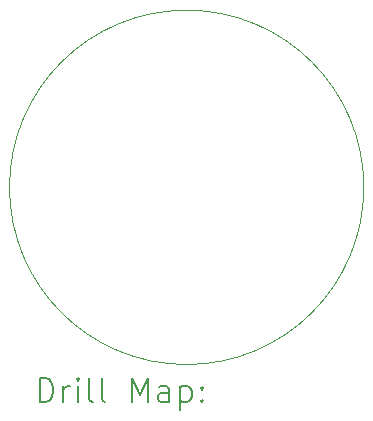
<source format=gbr>
%TF.GenerationSoftware,KiCad,Pcbnew,8.0.0*%
%TF.CreationDate,2024-03-10T03:07:15-05:00*%
%TF.ProjectId,Flashlight,466c6173-686c-4696-9768-742e6b696361,1.0*%
%TF.SameCoordinates,Original*%
%TF.FileFunction,Drillmap*%
%TF.FilePolarity,Positive*%
%FSLAX45Y45*%
G04 Gerber Fmt 4.5, Leading zero omitted, Abs format (unit mm)*
G04 Created by KiCad (PCBNEW 8.0.0) date 2024-03-10 03:07:15*
%MOMM*%
%LPD*%
G01*
G04 APERTURE LIST*
%ADD10C,0.100000*%
%ADD11C,0.200000*%
G04 APERTURE END LIST*
D10*
X12988000Y-6481000D02*
G75*
G02*
X9988000Y-6481000I-1500000J0D01*
G01*
X9988000Y-6481000D02*
G75*
G02*
X12988000Y-6481000I1500000J0D01*
G01*
D11*
X10243777Y-8297484D02*
X10243777Y-8097484D01*
X10243777Y-8097484D02*
X10291396Y-8097484D01*
X10291396Y-8097484D02*
X10319967Y-8107008D01*
X10319967Y-8107008D02*
X10339015Y-8126055D01*
X10339015Y-8126055D02*
X10348539Y-8145103D01*
X10348539Y-8145103D02*
X10358063Y-8183198D01*
X10358063Y-8183198D02*
X10358063Y-8211769D01*
X10358063Y-8211769D02*
X10348539Y-8249865D01*
X10348539Y-8249865D02*
X10339015Y-8268912D01*
X10339015Y-8268912D02*
X10319967Y-8287960D01*
X10319967Y-8287960D02*
X10291396Y-8297484D01*
X10291396Y-8297484D02*
X10243777Y-8297484D01*
X10443777Y-8297484D02*
X10443777Y-8164150D01*
X10443777Y-8202246D02*
X10453301Y-8183198D01*
X10453301Y-8183198D02*
X10462824Y-8173674D01*
X10462824Y-8173674D02*
X10481872Y-8164150D01*
X10481872Y-8164150D02*
X10500920Y-8164150D01*
X10567586Y-8297484D02*
X10567586Y-8164150D01*
X10567586Y-8097484D02*
X10558063Y-8107008D01*
X10558063Y-8107008D02*
X10567586Y-8116531D01*
X10567586Y-8116531D02*
X10577110Y-8107008D01*
X10577110Y-8107008D02*
X10567586Y-8097484D01*
X10567586Y-8097484D02*
X10567586Y-8116531D01*
X10691396Y-8297484D02*
X10672348Y-8287960D01*
X10672348Y-8287960D02*
X10662824Y-8268912D01*
X10662824Y-8268912D02*
X10662824Y-8097484D01*
X10796158Y-8297484D02*
X10777110Y-8287960D01*
X10777110Y-8287960D02*
X10767586Y-8268912D01*
X10767586Y-8268912D02*
X10767586Y-8097484D01*
X11024729Y-8297484D02*
X11024729Y-8097484D01*
X11024729Y-8097484D02*
X11091396Y-8240341D01*
X11091396Y-8240341D02*
X11158063Y-8097484D01*
X11158063Y-8097484D02*
X11158063Y-8297484D01*
X11339015Y-8297484D02*
X11339015Y-8192722D01*
X11339015Y-8192722D02*
X11329491Y-8173674D01*
X11329491Y-8173674D02*
X11310443Y-8164150D01*
X11310443Y-8164150D02*
X11272348Y-8164150D01*
X11272348Y-8164150D02*
X11253301Y-8173674D01*
X11339015Y-8287960D02*
X11319967Y-8297484D01*
X11319967Y-8297484D02*
X11272348Y-8297484D01*
X11272348Y-8297484D02*
X11253301Y-8287960D01*
X11253301Y-8287960D02*
X11243777Y-8268912D01*
X11243777Y-8268912D02*
X11243777Y-8249865D01*
X11243777Y-8249865D02*
X11253301Y-8230817D01*
X11253301Y-8230817D02*
X11272348Y-8221293D01*
X11272348Y-8221293D02*
X11319967Y-8221293D01*
X11319967Y-8221293D02*
X11339015Y-8211769D01*
X11434253Y-8164150D02*
X11434253Y-8364150D01*
X11434253Y-8173674D02*
X11453301Y-8164150D01*
X11453301Y-8164150D02*
X11491396Y-8164150D01*
X11491396Y-8164150D02*
X11510443Y-8173674D01*
X11510443Y-8173674D02*
X11519967Y-8183198D01*
X11519967Y-8183198D02*
X11529491Y-8202246D01*
X11529491Y-8202246D02*
X11529491Y-8259388D01*
X11529491Y-8259388D02*
X11519967Y-8278436D01*
X11519967Y-8278436D02*
X11510443Y-8287960D01*
X11510443Y-8287960D02*
X11491396Y-8297484D01*
X11491396Y-8297484D02*
X11453301Y-8297484D01*
X11453301Y-8297484D02*
X11434253Y-8287960D01*
X11615205Y-8278436D02*
X11624729Y-8287960D01*
X11624729Y-8287960D02*
X11615205Y-8297484D01*
X11615205Y-8297484D02*
X11605682Y-8287960D01*
X11605682Y-8287960D02*
X11615205Y-8278436D01*
X11615205Y-8278436D02*
X11615205Y-8297484D01*
X11615205Y-8173674D02*
X11624729Y-8183198D01*
X11624729Y-8183198D02*
X11615205Y-8192722D01*
X11615205Y-8192722D02*
X11605682Y-8183198D01*
X11605682Y-8183198D02*
X11615205Y-8173674D01*
X11615205Y-8173674D02*
X11615205Y-8192722D01*
M02*

</source>
